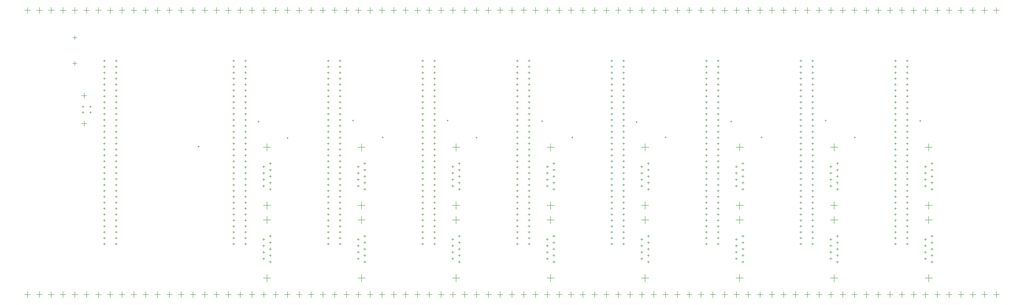
<source format=gbr>
G04 Layer_Color=128*
%FSLAX45Y45*%
%MOMM*%
%TF.FileFunction,Drillmap*%
%TF.Part,Single*%
G01*
G75*
%TA.AperFunction,NonConductor*%
%ADD219C,0.12700*%
D219*
X6841490Y15598140D02*
X7026910D01*
X6934200Y15505431D02*
Y15690849D01*
X6841490Y16710660D02*
X7026910D01*
X6934200Y16617950D02*
Y16803371D01*
X45920200Y5664200D02*
X46180200D01*
X46050201Y5534200D02*
Y5794200D01*
X44904199Y5664200D02*
X45164200D01*
X45034201Y5534200D02*
Y5794200D01*
X43888199Y5664200D02*
X44148199D01*
X44018201Y5534200D02*
Y5794200D01*
X42872198Y5664200D02*
X43132199D01*
X43002200Y5534200D02*
Y5794200D01*
X41856201Y5664200D02*
X42116199D01*
X41986200Y5534200D02*
Y5794200D01*
X40840201Y5664200D02*
X41100201D01*
X40970200Y5534200D02*
Y5794200D01*
X39824200Y5664200D02*
X40084201D01*
X39954199Y5534200D02*
Y5794200D01*
X38808200Y5664200D02*
X39068201D01*
X38938199Y5534200D02*
Y5794200D01*
X37792200Y5664200D02*
X38052200D01*
X37922198Y5534200D02*
Y5794200D01*
X36776199Y5664200D02*
X37036200D01*
X36906201Y5534200D02*
Y5794200D01*
X35760199Y5664200D02*
X36020200D01*
X35890201Y5534200D02*
Y5794200D01*
X34744199Y5664200D02*
X35004199D01*
X34874200Y5534200D02*
Y5794200D01*
X33728201Y5664200D02*
X33988199D01*
X33858200Y5534200D02*
Y5794200D01*
X32712201Y5664200D02*
X32972198D01*
X32842200Y5534200D02*
Y5794200D01*
X31696201Y5664200D02*
X31956201D01*
X31826199Y5534200D02*
Y5794200D01*
X30680200Y5664200D02*
X30940201D01*
X30810199Y5534200D02*
Y5794200D01*
X29664200Y5664200D02*
X29924200D01*
X29794199Y5534200D02*
Y5794200D01*
X28648199Y5664200D02*
X28908200D01*
X28778201Y5534200D02*
Y5794200D01*
X27632199Y5664200D02*
X27892200D01*
X27762201Y5534200D02*
Y5794200D01*
X26616199Y5664200D02*
X26876199D01*
X26746201Y5534200D02*
Y5794200D01*
X25600201Y5664200D02*
X25860199D01*
X25730200Y5534200D02*
Y5794200D01*
X24584200Y5664200D02*
X24844200D01*
X24714200Y5534200D02*
Y5794200D01*
X23568201Y5664200D02*
X23828200D01*
X23698199Y5534200D02*
Y5794200D01*
X22552200Y5664200D02*
X22812199D01*
X22682201Y5534200D02*
Y5794200D01*
X21536200Y5664200D02*
X21796201D01*
X21666200Y5534200D02*
Y5794200D01*
X20520200Y5664200D02*
X20780200D01*
X20650200Y5534200D02*
Y5794200D01*
X19504201Y5664200D02*
X19764200D01*
X19634200Y5534200D02*
Y5794200D01*
X18488200Y5664200D02*
X18748199D01*
X18618201Y5534200D02*
Y5794200D01*
X17472200Y5664200D02*
X17732201D01*
X17602200Y5534200D02*
Y5794200D01*
X16456200Y5664200D02*
X16716200D01*
X16586200Y5534200D02*
Y5794200D01*
X15440199Y5664200D02*
X15700200D01*
X15570200Y5534200D02*
Y5794200D01*
X14424200Y5664200D02*
X14684200D01*
X14554201Y5534200D02*
Y5794200D01*
X13408200Y5664200D02*
X13668201D01*
X13538200Y5534200D02*
Y5794200D01*
X12392200Y5664200D02*
X12652200D01*
X12522200Y5534200D02*
Y5794200D01*
X11376200Y5664200D02*
X11636200D01*
X11506200Y5534200D02*
Y5794200D01*
X10360200Y5664200D02*
X10620200D01*
X10490200Y5534200D02*
Y5794200D01*
X9344200Y5664200D02*
X9604200D01*
X9474200Y5534200D02*
Y5794200D01*
X8328200Y5664200D02*
X8588200D01*
X8458200Y5534200D02*
Y5794200D01*
X7312200Y5664200D02*
X7572200D01*
X7442200Y5534200D02*
Y5794200D01*
X6296200Y5664200D02*
X6556200D01*
X6426200Y5534200D02*
Y5794200D01*
X5280200Y5664200D02*
X5540200D01*
X5410200Y5534200D02*
Y5794200D01*
X46428201Y5661660D02*
X46688199D01*
X46558200Y5531660D02*
Y5791660D01*
X45412201Y5661660D02*
X45672198D01*
X45542200Y5531660D02*
Y5791660D01*
X44396201Y5661660D02*
X44656201D01*
X44526199Y5531660D02*
Y5791660D01*
X43380200Y5661660D02*
X43640201D01*
X43510199Y5531660D02*
Y5791660D01*
X42364200Y5661660D02*
X42624200D01*
X42494199Y5531660D02*
Y5791660D01*
X41348199Y5661660D02*
X41608200D01*
X41478201Y5531660D02*
Y5791660D01*
X40332199Y5661660D02*
X40592200D01*
X40462201Y5531660D02*
Y5791660D01*
X39316199Y5661660D02*
X39576199D01*
X39446201Y5531660D02*
Y5791660D01*
X38300201Y5661660D02*
X38560199D01*
X38430200Y5531660D02*
Y5791660D01*
X37284201Y5661660D02*
X37544199D01*
X37414200Y5531660D02*
Y5791660D01*
X36268201Y5661660D02*
X36528201D01*
X36398199Y5531660D02*
Y5791660D01*
X35252200Y5661660D02*
X35512201D01*
X35382199Y5531660D02*
Y5791660D01*
X34236200Y5661660D02*
X34496201D01*
X34366199Y5531660D02*
Y5791660D01*
X33220200Y5661660D02*
X33480200D01*
X33350201Y5531660D02*
Y5791660D01*
X32204199Y5661660D02*
X32464200D01*
X32334201Y5531660D02*
Y5791660D01*
X31188199Y5661660D02*
X31448199D01*
X31318201Y5531660D02*
Y5791660D01*
X30172198Y5661660D02*
X30432199D01*
X30302200Y5531660D02*
Y5791660D01*
X29156201Y5661660D02*
X29416199D01*
X29286200Y5531660D02*
Y5791660D01*
X28140201Y5661660D02*
X28400201D01*
X28270200Y5531660D02*
Y5791660D01*
X27124200Y5661660D02*
X27384201D01*
X27254199Y5531660D02*
Y5791660D01*
X26108200Y5661660D02*
X26368201D01*
X26238199Y5531660D02*
Y5791660D01*
X25092200Y5661660D02*
X25352200D01*
X25222200Y5531660D02*
Y5791660D01*
X24076199Y5661660D02*
X24336200D01*
X24206200Y5531660D02*
Y5791660D01*
X23060201Y5661660D02*
X23320200D01*
X23190199Y5531660D02*
Y5791660D01*
X22044200Y5661660D02*
X22304201D01*
X22174200Y5531660D02*
Y5791660D01*
X21028200Y5661660D02*
X21288200D01*
X21158200Y5531660D02*
Y5791660D01*
X20012199Y5661660D02*
X20272200D01*
X20142200Y5531660D02*
Y5791660D01*
X18996201Y5661660D02*
X19256200D01*
X19126199Y5531660D02*
Y5791660D01*
X17980200Y5661660D02*
X18240199D01*
X18110201Y5531660D02*
Y5791660D01*
X16964200Y5661660D02*
X17224200D01*
X17094200Y5531660D02*
Y5791660D01*
X15948199Y5661660D02*
X16208200D01*
X16078200Y5531660D02*
Y5791660D01*
X14932201Y5661660D02*
X15192200D01*
X15062199Y5531660D02*
Y5791660D01*
X13916200Y5661660D02*
X14176199D01*
X14046201Y5531660D02*
Y5791660D01*
X12900200Y5661660D02*
X13160201D01*
X13030200Y5531660D02*
Y5791660D01*
X11884200Y5661660D02*
X12144200D01*
X12014200Y5531660D02*
Y5791660D01*
X10868200Y5661660D02*
X11128200D01*
X10998200Y5531660D02*
Y5791660D01*
X9852200Y5661660D02*
X10112200D01*
X9982200Y5531660D02*
Y5791660D01*
X8836200Y5661660D02*
X9096200D01*
X8966200Y5531660D02*
Y5791660D01*
X7820200Y5661660D02*
X8080200D01*
X7950200Y5531660D02*
Y5791660D01*
X6804200Y5661660D02*
X7064200D01*
X6934200Y5531660D02*
Y5791660D01*
X5788200Y5661660D02*
X6048200D01*
X5918200Y5531660D02*
Y5791660D01*
X4772200Y5661660D02*
X5032200D01*
X4902200Y5531660D02*
Y5791660D01*
X45920200Y17881599D02*
X46180200D01*
X46050201Y17751601D02*
Y18011600D01*
X44904199Y17881599D02*
X45164200D01*
X45034201Y17751601D02*
Y18011600D01*
X43888199Y17881599D02*
X44148199D01*
X44018201Y17751601D02*
Y18011600D01*
X42872198Y17881599D02*
X43132199D01*
X43002200Y17751601D02*
Y18011600D01*
X41856201Y17881599D02*
X42116199D01*
X41986200Y17751601D02*
Y18011600D01*
X40840201Y17881599D02*
X41100201D01*
X40970200Y17751601D02*
Y18011600D01*
X39824200Y17881599D02*
X40084201D01*
X39954199Y17751601D02*
Y18011600D01*
X38808200Y17881599D02*
X39068201D01*
X38938199Y17751601D02*
Y18011600D01*
X37792200Y17881599D02*
X38052200D01*
X37922198Y17751601D02*
Y18011600D01*
X36776199Y17881599D02*
X37036200D01*
X36906201Y17751601D02*
Y18011600D01*
X35760199Y17881599D02*
X36020200D01*
X35890201Y17751601D02*
Y18011600D01*
X34744199Y17881599D02*
X35004199D01*
X34874200Y17751601D02*
Y18011600D01*
X33728201Y17881599D02*
X33988199D01*
X33858200Y17751601D02*
Y18011600D01*
X32712201Y17881599D02*
X32972198D01*
X32842200Y17751601D02*
Y18011600D01*
X31696201Y17881599D02*
X31956201D01*
X31826199Y17751601D02*
Y18011600D01*
X30680200Y17881599D02*
X30940201D01*
X30810199Y17751601D02*
Y18011600D01*
X29664200Y17881599D02*
X29924200D01*
X29794199Y17751601D02*
Y18011600D01*
X28648199Y17881599D02*
X28908200D01*
X28778201Y17751601D02*
Y18011600D01*
X27632199Y17881599D02*
X27892200D01*
X27762201Y17751601D02*
Y18011600D01*
X26616199Y17881599D02*
X26876199D01*
X26746201Y17751601D02*
Y18011600D01*
X25600201Y17881599D02*
X25860199D01*
X25730200Y17751601D02*
Y18011600D01*
X24584200Y17881599D02*
X24844200D01*
X24714200Y17751601D02*
Y18011600D01*
X23568201Y17881599D02*
X23828200D01*
X23698199Y17751601D02*
Y18011600D01*
X22552200Y17881599D02*
X22812199D01*
X22682201Y17751601D02*
Y18011600D01*
X21536200Y17881599D02*
X21796201D01*
X21666200Y17751601D02*
Y18011600D01*
X20520200Y17881599D02*
X20780200D01*
X20650200Y17751601D02*
Y18011600D01*
X19504201Y17881599D02*
X19764200D01*
X19634200Y17751601D02*
Y18011600D01*
X18488200Y17881599D02*
X18748199D01*
X18618201Y17751601D02*
Y18011600D01*
X17472200Y17881599D02*
X17732201D01*
X17602200Y17751601D02*
Y18011600D01*
X16456200Y17881599D02*
X16716200D01*
X16586200Y17751601D02*
Y18011600D01*
X15440199Y17881599D02*
X15700200D01*
X15570200Y17751601D02*
Y18011600D01*
X14424200Y17881599D02*
X14684200D01*
X14554201Y17751601D02*
Y18011600D01*
X13408200Y17881599D02*
X13668201D01*
X13538200Y17751601D02*
Y18011600D01*
X12392200Y17881599D02*
X12652200D01*
X12522200Y17751601D02*
Y18011600D01*
X11376200Y17881599D02*
X11636200D01*
X11506200Y17751601D02*
Y18011600D01*
X10360200Y17881599D02*
X10620200D01*
X10490200Y17751601D02*
Y18011600D01*
X9344200Y17881599D02*
X9604200D01*
X9474200Y17751601D02*
Y18011600D01*
X8328200Y17881599D02*
X8588200D01*
X8458200Y17751601D02*
Y18011600D01*
X7312200Y17881599D02*
X7572200D01*
X7442200Y17751601D02*
Y18011600D01*
X6296200Y17881599D02*
X6556200D01*
X6426200Y17751601D02*
Y18011600D01*
X5280200Y17881599D02*
X5540200D01*
X5410200Y17751601D02*
Y18011600D01*
X5280200Y17881599D02*
X5540200D01*
X5410200Y17751601D02*
Y18011600D01*
X46428201Y17884140D02*
X46688199D01*
X46558200Y17754140D02*
Y18014140D01*
X45412201Y17884140D02*
X45672198D01*
X45542200Y17754140D02*
Y18014140D01*
X44396201Y17884140D02*
X44656201D01*
X44526199Y17754140D02*
Y18014140D01*
X43380200Y17884140D02*
X43640201D01*
X43510199Y17754140D02*
Y18014140D01*
X42364200Y17884140D02*
X42624200D01*
X42494199Y17754140D02*
Y18014140D01*
X41348199Y17884140D02*
X41608200D01*
X41478201Y17754140D02*
Y18014140D01*
X40332199Y17884140D02*
X40592200D01*
X40462201Y17754140D02*
Y18014140D01*
X39316199Y17884140D02*
X39576199D01*
X39446201Y17754140D02*
Y18014140D01*
X38300201Y17884140D02*
X38560199D01*
X38430200Y17754140D02*
Y18014140D01*
X37284201Y17884140D02*
X37544199D01*
X37414200Y17754140D02*
Y18014140D01*
X36268201Y17884140D02*
X36528201D01*
X36398199Y17754140D02*
Y18014140D01*
X35252200Y17884140D02*
X35512201D01*
X35382199Y17754140D02*
Y18014140D01*
X34236200Y17884140D02*
X34496201D01*
X34366199Y17754140D02*
Y18014140D01*
X33220200Y17884140D02*
X33480200D01*
X33350201Y17754140D02*
Y18014140D01*
X32204199Y17884140D02*
X32464200D01*
X32334201Y17754140D02*
Y18014140D01*
X31188199Y17884140D02*
X31448199D01*
X31318201Y17754140D02*
Y18014140D01*
X30172198Y17884140D02*
X30432199D01*
X30302200Y17754140D02*
Y18014140D01*
X29156201Y17884140D02*
X29416199D01*
X29286200Y17754140D02*
Y18014140D01*
X28140201Y17884140D02*
X28400201D01*
X28270200Y17754140D02*
Y18014140D01*
X27124200Y17884140D02*
X27384201D01*
X27254199Y17754140D02*
Y18014140D01*
X26108200Y17884140D02*
X26368201D01*
X26238199Y17754140D02*
Y18014140D01*
X25092200Y17884140D02*
X25352200D01*
X25222200Y17754140D02*
Y18014140D01*
X24076199Y17884140D02*
X24336200D01*
X24206200Y17754140D02*
Y18014140D01*
X23060201Y17884140D02*
X23320200D01*
X23190199Y17754140D02*
Y18014140D01*
X22044200Y17884140D02*
X22304201D01*
X22174200Y17754140D02*
Y18014140D01*
X21028200Y17884140D02*
X21288200D01*
X21158200Y17754140D02*
Y18014140D01*
X20012199Y17884140D02*
X20272200D01*
X20142200Y17754140D02*
Y18014140D01*
X18996201Y17884140D02*
X19256200D01*
X19126199Y17754140D02*
Y18014140D01*
X17980200Y17884140D02*
X18240199D01*
X18110201Y17754140D02*
Y18014140D01*
X16964200Y17884140D02*
X17224200D01*
X17094200Y17754140D02*
Y18014140D01*
X15948199Y17884140D02*
X16208200D01*
X16078200Y17754140D02*
Y18014140D01*
X14932201Y17884140D02*
X15192200D01*
X15062199Y17754140D02*
Y18014140D01*
X13916200Y17884140D02*
X14176199D01*
X14046201Y17754140D02*
Y18014140D01*
X12900200Y17884140D02*
X13160201D01*
X13030200Y17754140D02*
Y18014140D01*
X11884200Y17884140D02*
X12144200D01*
X12014200Y17754140D02*
Y18014140D01*
X10868200Y17884140D02*
X11128200D01*
X10998200Y17754140D02*
Y18014140D01*
X9852200Y17884140D02*
X10112200D01*
X9982200Y17754140D02*
Y18014140D01*
X8836200Y17884140D02*
X9096200D01*
X8966200Y17754140D02*
Y18014140D01*
X7820200Y17884140D02*
X8080200D01*
X7950200Y17754140D02*
Y18014140D01*
X6804200Y17884140D02*
X7064200D01*
X6934200Y17754140D02*
Y18014140D01*
X5788200Y17884140D02*
X6048200D01*
X5918200Y17754140D02*
Y18014140D01*
X7243800Y13489400D02*
X7335800D01*
X7289800Y13443401D02*
Y13535400D01*
X7243800Y13739400D02*
X7335800D01*
X7289800Y13693401D02*
Y13785400D01*
X7564800Y13739400D02*
X7656800D01*
X7610800Y13693401D02*
Y13785400D01*
X7564800Y13489400D02*
X7656800D01*
X7610800Y13443401D02*
Y13535400D01*
X7225300Y14216400D02*
X7455300D01*
X7340300Y14101401D02*
Y14331400D01*
X7225300Y13012399D02*
X7455300D01*
X7340300Y12897400D02*
Y13127400D01*
X42672800Y15709900D02*
X42772800D01*
X42722800Y15659900D02*
Y15759900D01*
X42672800Y15455901D02*
X42772800D01*
X42722800Y15405901D02*
Y15505901D01*
X42672800Y15201900D02*
X42772800D01*
X42722800Y15151900D02*
Y15251900D01*
X42672800Y14947900D02*
X42772800D01*
X42722800Y14897900D02*
Y14997900D01*
X42672800Y14693900D02*
X42772800D01*
X42722800Y14643900D02*
Y14743900D01*
X42672800Y14439900D02*
X42772800D01*
X42722800Y14389900D02*
Y14489900D01*
X42672800Y14185899D02*
X42772800D01*
X42722800Y14135899D02*
Y14235899D01*
X42672800Y13931900D02*
X42772800D01*
X42722800Y13881900D02*
Y13981900D01*
X42672800Y13677901D02*
X42772800D01*
X42722800Y13627901D02*
Y13727901D01*
X42672800Y13423900D02*
X42772800D01*
X42722800Y13373900D02*
Y13473900D01*
X42672800Y13169901D02*
X42772800D01*
X42722800Y13119901D02*
Y13219901D01*
X42672800Y12915900D02*
X42772800D01*
X42722800Y12865900D02*
Y12965900D01*
X42672800Y12661900D02*
X42772800D01*
X42722800Y12611900D02*
Y12711900D01*
X42672800Y12407900D02*
X42772800D01*
X42722800Y12357900D02*
Y12457900D01*
X42672800Y12153900D02*
X42772800D01*
X42722800Y12103900D02*
Y12203900D01*
X42672800Y11899900D02*
X42772800D01*
X42722800Y11849900D02*
Y11949900D01*
X42672800Y11645900D02*
X42772800D01*
X42722800Y11595900D02*
Y11695900D01*
X42672800Y11391900D02*
X42772800D01*
X42722800Y11341900D02*
Y11441900D01*
X42672800Y11137900D02*
X42772800D01*
X42722800Y11087900D02*
Y11187900D01*
X42672800Y10883900D02*
X42772800D01*
X42722800Y10833900D02*
Y10933900D01*
X42672800Y10629900D02*
X42772800D01*
X42722800Y10579900D02*
Y10679900D01*
X42672800Y10375900D02*
X42772800D01*
X42722800Y10325900D02*
Y10425900D01*
X42672800Y10121900D02*
X42772800D01*
X42722800Y10071900D02*
Y10171900D01*
X42672800Y9867900D02*
X42772800D01*
X42722800Y9817900D02*
Y9917900D01*
X42672800Y9613900D02*
X42772800D01*
X42722800Y9563900D02*
Y9663900D01*
X42672800Y9359900D02*
X42772800D01*
X42722800Y9309900D02*
Y9409900D01*
X42672800Y9105900D02*
X42772800D01*
X42722800Y9055900D02*
Y9155900D01*
X42672800Y8851900D02*
X42772800D01*
X42722800Y8801900D02*
Y8901900D01*
X42672800Y8597900D02*
X42772800D01*
X42722800Y8547900D02*
Y8647900D01*
X42672800Y8343900D02*
X42772800D01*
X42722800Y8293900D02*
Y8393900D01*
X42672800Y8089900D02*
X42772800D01*
X42722800Y8039900D02*
Y8139900D01*
X42672800Y7835900D02*
X42772800D01*
X42722800Y7785900D02*
Y7885900D01*
X42164801Y15709900D02*
X42264801D01*
X42214801Y15659900D02*
Y15759900D01*
X42164801Y15455901D02*
X42264801D01*
X42214801Y15405901D02*
Y15505901D01*
X42164801Y15201900D02*
X42264801D01*
X42214801Y15151900D02*
Y15251900D01*
X42164801Y14947900D02*
X42264801D01*
X42214801Y14897900D02*
Y14997900D01*
X42164801Y14693900D02*
X42264801D01*
X42214801Y14643900D02*
Y14743900D01*
X42164801Y14439900D02*
X42264801D01*
X42214801Y14389900D02*
Y14489900D01*
X42164801Y14185899D02*
X42264801D01*
X42214801Y14135899D02*
Y14235899D01*
X42164801Y13931900D02*
X42264801D01*
X42214801Y13881900D02*
Y13981900D01*
X42164801Y13677901D02*
X42264801D01*
X42214801Y13627901D02*
Y13727901D01*
X42164801Y13423900D02*
X42264801D01*
X42214801Y13373900D02*
Y13473900D01*
X42164801Y13169901D02*
X42264801D01*
X42214801Y13119901D02*
Y13219901D01*
X42164801Y12915900D02*
X42264801D01*
X42214801Y12865900D02*
Y12965900D01*
X42164801Y12661900D02*
X42264801D01*
X42214801Y12611900D02*
Y12711900D01*
X42164801Y12407900D02*
X42264801D01*
X42214801Y12357900D02*
Y12457900D01*
X42164801Y12153900D02*
X42264801D01*
X42214801Y12103900D02*
Y12203900D01*
X42164801Y11899900D02*
X42264801D01*
X42214801Y11849900D02*
Y11949900D01*
X42164801Y11645900D02*
X42264801D01*
X42214801Y11595900D02*
Y11695900D01*
X42164801Y11391900D02*
X42264801D01*
X42214801Y11341900D02*
Y11441900D01*
X42164801Y11137900D02*
X42264801D01*
X42214801Y11087900D02*
Y11187900D01*
X42164801Y10883900D02*
X42264801D01*
X42214801Y10833900D02*
Y10933900D01*
X42164801Y10629900D02*
X42264801D01*
X42214801Y10579900D02*
Y10679900D01*
X42164801Y10375900D02*
X42264801D01*
X42214801Y10325900D02*
Y10425900D01*
X42164801Y10121900D02*
X42264801D01*
X42214801Y10071900D02*
Y10171900D01*
X42164801Y9867900D02*
X42264801D01*
X42214801Y9817900D02*
Y9917900D01*
X42164801Y9613900D02*
X42264801D01*
X42214801Y9563900D02*
Y9663900D01*
X42164801Y9359900D02*
X42264801D01*
X42214801Y9309900D02*
Y9409900D01*
X42164801Y9105900D02*
X42264801D01*
X42214801Y9055900D02*
Y9155900D01*
X42164801Y8851900D02*
X42264801D01*
X42214801Y8801900D02*
Y8901900D01*
X42164801Y8597900D02*
X42264801D01*
X42214801Y8547900D02*
Y8647900D01*
X42164801Y8343900D02*
X42264801D01*
X42214801Y8293900D02*
Y8393900D01*
X42164801Y8089900D02*
X42264801D01*
X42214801Y8039900D02*
Y8139900D01*
X42164801Y7835900D02*
X42264801D01*
X42214801Y7785900D02*
Y7885900D01*
X38608801Y15709900D02*
X38708801D01*
X38658801Y15659900D02*
Y15759900D01*
X38608801Y15455901D02*
X38708801D01*
X38658801Y15405901D02*
Y15505901D01*
X38608801Y15201900D02*
X38708801D01*
X38658801Y15151900D02*
Y15251900D01*
X38608801Y14947900D02*
X38708801D01*
X38658801Y14897900D02*
Y14997900D01*
X38608801Y14693900D02*
X38708801D01*
X38658801Y14643900D02*
Y14743900D01*
X38608801Y14439900D02*
X38708801D01*
X38658801Y14389900D02*
Y14489900D01*
X38608801Y14185899D02*
X38708801D01*
X38658801Y14135899D02*
Y14235899D01*
X38608801Y13931900D02*
X38708801D01*
X38658801Y13881900D02*
Y13981900D01*
X38608801Y13677901D02*
X38708801D01*
X38658801Y13627901D02*
Y13727901D01*
X38608801Y13423900D02*
X38708801D01*
X38658801Y13373900D02*
Y13473900D01*
X38608801Y13169901D02*
X38708801D01*
X38658801Y13119901D02*
Y13219901D01*
X38608801Y12915900D02*
X38708801D01*
X38658801Y12865900D02*
Y12965900D01*
X38608801Y12661900D02*
X38708801D01*
X38658801Y12611900D02*
Y12711900D01*
X38608801Y12407900D02*
X38708801D01*
X38658801Y12357900D02*
Y12457900D01*
X38608801Y12153900D02*
X38708801D01*
X38658801Y12103900D02*
Y12203900D01*
X38608801Y11899900D02*
X38708801D01*
X38658801Y11849900D02*
Y11949900D01*
X38608801Y11645900D02*
X38708801D01*
X38658801Y11595900D02*
Y11695900D01*
X38608801Y11391900D02*
X38708801D01*
X38658801Y11341900D02*
Y11441900D01*
X38608801Y11137900D02*
X38708801D01*
X38658801Y11087900D02*
Y11187900D01*
X38608801Y10883900D02*
X38708801D01*
X38658801Y10833900D02*
Y10933900D01*
X38608801Y10629900D02*
X38708801D01*
X38658801Y10579900D02*
Y10679900D01*
X38608801Y10375900D02*
X38708801D01*
X38658801Y10325900D02*
Y10425900D01*
X38608801Y10121900D02*
X38708801D01*
X38658801Y10071900D02*
Y10171900D01*
X38608801Y9867900D02*
X38708801D01*
X38658801Y9817900D02*
Y9917900D01*
X38608801Y9613900D02*
X38708801D01*
X38658801Y9563900D02*
Y9663900D01*
X38608801Y9359900D02*
X38708801D01*
X38658801Y9309900D02*
Y9409900D01*
X38608801Y9105900D02*
X38708801D01*
X38658801Y9055900D02*
Y9155900D01*
X38608801Y8851900D02*
X38708801D01*
X38658801Y8801900D02*
Y8901900D01*
X38608801Y8597900D02*
X38708801D01*
X38658801Y8547900D02*
Y8647900D01*
X38608801Y8343900D02*
X38708801D01*
X38658801Y8293900D02*
Y8393900D01*
X38608801Y8089900D02*
X38708801D01*
X38658801Y8039900D02*
Y8139900D01*
X38608801Y7835900D02*
X38708801D01*
X38658801Y7785900D02*
Y7885900D01*
X38100800Y15709900D02*
X38200800D01*
X38150800Y15659900D02*
Y15759900D01*
X38100800Y15455901D02*
X38200800D01*
X38150800Y15405901D02*
Y15505901D01*
X38100800Y15201900D02*
X38200800D01*
X38150800Y15151900D02*
Y15251900D01*
X38100800Y14947900D02*
X38200800D01*
X38150800Y14897900D02*
Y14997900D01*
X38100800Y14693900D02*
X38200800D01*
X38150800Y14643900D02*
Y14743900D01*
X38100800Y14439900D02*
X38200800D01*
X38150800Y14389900D02*
Y14489900D01*
X38100800Y14185899D02*
X38200800D01*
X38150800Y14135899D02*
Y14235899D01*
X38100800Y13931900D02*
X38200800D01*
X38150800Y13881900D02*
Y13981900D01*
X38100800Y13677901D02*
X38200800D01*
X38150800Y13627901D02*
Y13727901D01*
X38100800Y13423900D02*
X38200800D01*
X38150800Y13373900D02*
Y13473900D01*
X38100800Y13169901D02*
X38200800D01*
X38150800Y13119901D02*
Y13219901D01*
X38100800Y12915900D02*
X38200800D01*
X38150800Y12865900D02*
Y12965900D01*
X38100800Y12661900D02*
X38200800D01*
X38150800Y12611900D02*
Y12711900D01*
X38100800Y12407900D02*
X38200800D01*
X38150800Y12357900D02*
Y12457900D01*
X38100800Y12153900D02*
X38200800D01*
X38150800Y12103900D02*
Y12203900D01*
X38100800Y11899900D02*
X38200800D01*
X38150800Y11849900D02*
Y11949900D01*
X38100800Y11645900D02*
X38200800D01*
X38150800Y11595900D02*
Y11695900D01*
X38100800Y11391900D02*
X38200800D01*
X38150800Y11341900D02*
Y11441900D01*
X38100800Y11137900D02*
X38200800D01*
X38150800Y11087900D02*
Y11187900D01*
X38100800Y10883900D02*
X38200800D01*
X38150800Y10833900D02*
Y10933900D01*
X38100800Y10629900D02*
X38200800D01*
X38150800Y10579900D02*
Y10679900D01*
X38100800Y10375900D02*
X38200800D01*
X38150800Y10325900D02*
Y10425900D01*
X38100800Y10121900D02*
X38200800D01*
X38150800Y10071900D02*
Y10171900D01*
X38100800Y9867900D02*
X38200800D01*
X38150800Y9817900D02*
Y9917900D01*
X38100800Y9613900D02*
X38200800D01*
X38150800Y9563900D02*
Y9663900D01*
X38100800Y9359900D02*
X38200800D01*
X38150800Y9309900D02*
Y9409900D01*
X38100800Y9105900D02*
X38200800D01*
X38150800Y9055900D02*
Y9155900D01*
X38100800Y8851900D02*
X38200800D01*
X38150800Y8801900D02*
Y8901900D01*
X38100800Y8597900D02*
X38200800D01*
X38150800Y8547900D02*
Y8647900D01*
X38100800Y8343900D02*
X38200800D01*
X38150800Y8293900D02*
Y8393900D01*
X38100800Y8089900D02*
X38200800D01*
X38150800Y8039900D02*
Y8139900D01*
X38100800Y7835900D02*
X38200800D01*
X38150800Y7785900D02*
Y7885900D01*
X34544800Y15709900D02*
X34644800D01*
X34594800Y15659900D02*
Y15759900D01*
X34544800Y15455901D02*
X34644800D01*
X34594800Y15405901D02*
Y15505901D01*
X34544800Y15201900D02*
X34644800D01*
X34594800Y15151900D02*
Y15251900D01*
X34544800Y14947900D02*
X34644800D01*
X34594800Y14897900D02*
Y14997900D01*
X34544800Y14693900D02*
X34644800D01*
X34594800Y14643900D02*
Y14743900D01*
X34544800Y14439900D02*
X34644800D01*
X34594800Y14389900D02*
Y14489900D01*
X34544800Y14185899D02*
X34644800D01*
X34594800Y14135899D02*
Y14235899D01*
X34544800Y13931900D02*
X34644800D01*
X34594800Y13881900D02*
Y13981900D01*
X34544800Y13677901D02*
X34644800D01*
X34594800Y13627901D02*
Y13727901D01*
X34544800Y13423900D02*
X34644800D01*
X34594800Y13373900D02*
Y13473900D01*
X34544800Y13169901D02*
X34644800D01*
X34594800Y13119901D02*
Y13219901D01*
X34544800Y12915900D02*
X34644800D01*
X34594800Y12865900D02*
Y12965900D01*
X34544800Y12661900D02*
X34644800D01*
X34594800Y12611900D02*
Y12711900D01*
X34544800Y12407900D02*
X34644800D01*
X34594800Y12357900D02*
Y12457900D01*
X34544800Y12153900D02*
X34644800D01*
X34594800Y12103900D02*
Y12203900D01*
X34544800Y11899900D02*
X34644800D01*
X34594800Y11849900D02*
Y11949900D01*
X34544800Y11645900D02*
X34644800D01*
X34594800Y11595900D02*
Y11695900D01*
X34544800Y11391900D02*
X34644800D01*
X34594800Y11341900D02*
Y11441900D01*
X34544800Y11137900D02*
X34644800D01*
X34594800Y11087900D02*
Y11187900D01*
X34544800Y10883900D02*
X34644800D01*
X34594800Y10833900D02*
Y10933900D01*
X34544800Y10629900D02*
X34644800D01*
X34594800Y10579900D02*
Y10679900D01*
X34544800Y10375900D02*
X34644800D01*
X34594800Y10325900D02*
Y10425900D01*
X34544800Y10121900D02*
X34644800D01*
X34594800Y10071900D02*
Y10171900D01*
X34544800Y9867900D02*
X34644800D01*
X34594800Y9817900D02*
Y9917900D01*
X34544800Y9613900D02*
X34644800D01*
X34594800Y9563900D02*
Y9663900D01*
X34544800Y9359900D02*
X34644800D01*
X34594800Y9309900D02*
Y9409900D01*
X34544800Y9105900D02*
X34644800D01*
X34594800Y9055900D02*
Y9155900D01*
X34544800Y8851900D02*
X34644800D01*
X34594800Y8801900D02*
Y8901900D01*
X34544800Y8597900D02*
X34644800D01*
X34594800Y8547900D02*
Y8647900D01*
X34544800Y8343900D02*
X34644800D01*
X34594800Y8293900D02*
Y8393900D01*
X34544800Y8089900D02*
X34644800D01*
X34594800Y8039900D02*
Y8139900D01*
X34544800Y7835900D02*
X34644800D01*
X34594800Y7785900D02*
Y7885900D01*
X34036801Y15709900D02*
X34136801D01*
X34086801Y15659900D02*
Y15759900D01*
X34036801Y15455901D02*
X34136801D01*
X34086801Y15405901D02*
Y15505901D01*
X34036801Y15201900D02*
X34136801D01*
X34086801Y15151900D02*
Y15251900D01*
X34036801Y14947900D02*
X34136801D01*
X34086801Y14897900D02*
Y14997900D01*
X34036801Y14693900D02*
X34136801D01*
X34086801Y14643900D02*
Y14743900D01*
X34036801Y14439900D02*
X34136801D01*
X34086801Y14389900D02*
Y14489900D01*
X34036801Y14185899D02*
X34136801D01*
X34086801Y14135899D02*
Y14235899D01*
X34036801Y13931900D02*
X34136801D01*
X34086801Y13881900D02*
Y13981900D01*
X34036801Y13677901D02*
X34136801D01*
X34086801Y13627901D02*
Y13727901D01*
X34036801Y13423900D02*
X34136801D01*
X34086801Y13373900D02*
Y13473900D01*
X34036801Y13169901D02*
X34136801D01*
X34086801Y13119901D02*
Y13219901D01*
X34036801Y12915900D02*
X34136801D01*
X34086801Y12865900D02*
Y12965900D01*
X34036801Y12661900D02*
X34136801D01*
X34086801Y12611900D02*
Y12711900D01*
X34036801Y12407900D02*
X34136801D01*
X34086801Y12357900D02*
Y12457900D01*
X34036801Y12153900D02*
X34136801D01*
X34086801Y12103900D02*
Y12203900D01*
X34036801Y11899900D02*
X34136801D01*
X34086801Y11849900D02*
Y11949900D01*
X34036801Y11645900D02*
X34136801D01*
X34086801Y11595900D02*
Y11695900D01*
X34036801Y11391900D02*
X34136801D01*
X34086801Y11341900D02*
Y11441900D01*
X34036801Y11137900D02*
X34136801D01*
X34086801Y11087900D02*
Y11187900D01*
X34036801Y10883900D02*
X34136801D01*
X34086801Y10833900D02*
Y10933900D01*
X34036801Y10629900D02*
X34136801D01*
X34086801Y10579900D02*
Y10679900D01*
X34036801Y10375900D02*
X34136801D01*
X34086801Y10325900D02*
Y10425900D01*
X34036801Y10121900D02*
X34136801D01*
X34086801Y10071900D02*
Y10171900D01*
X34036801Y9867900D02*
X34136801D01*
X34086801Y9817900D02*
Y9917900D01*
X34036801Y9613900D02*
X34136801D01*
X34086801Y9563900D02*
Y9663900D01*
X34036801Y9359900D02*
X34136801D01*
X34086801Y9309900D02*
Y9409900D01*
X34036801Y9105900D02*
X34136801D01*
X34086801Y9055900D02*
Y9155900D01*
X34036801Y8851900D02*
X34136801D01*
X34086801Y8801900D02*
Y8901900D01*
X34036801Y8597900D02*
X34136801D01*
X34086801Y8547900D02*
Y8647900D01*
X34036801Y8343900D02*
X34136801D01*
X34086801Y8293900D02*
Y8393900D01*
X34036801Y8089900D02*
X34136801D01*
X34086801Y8039900D02*
Y8139900D01*
X34036801Y7835900D02*
X34136801D01*
X34086801Y7785900D02*
Y7885900D01*
X30480801Y15709900D02*
X30580801D01*
X30530801Y15659900D02*
Y15759900D01*
X30480801Y15455901D02*
X30580801D01*
X30530801Y15405901D02*
Y15505901D01*
X30480801Y15201900D02*
X30580801D01*
X30530801Y15151900D02*
Y15251900D01*
X30480801Y14947900D02*
X30580801D01*
X30530801Y14897900D02*
Y14997900D01*
X30480801Y14693900D02*
X30580801D01*
X30530801Y14643900D02*
Y14743900D01*
X30480801Y14439900D02*
X30580801D01*
X30530801Y14389900D02*
Y14489900D01*
X30480801Y14185899D02*
X30580801D01*
X30530801Y14135899D02*
Y14235899D01*
X30480801Y13931900D02*
X30580801D01*
X30530801Y13881900D02*
Y13981900D01*
X30480801Y13677901D02*
X30580801D01*
X30530801Y13627901D02*
Y13727901D01*
X30480801Y13423900D02*
X30580801D01*
X30530801Y13373900D02*
Y13473900D01*
X30480801Y13169901D02*
X30580801D01*
X30530801Y13119901D02*
Y13219901D01*
X30480801Y12915900D02*
X30580801D01*
X30530801Y12865900D02*
Y12965900D01*
X30480801Y12661900D02*
X30580801D01*
X30530801Y12611900D02*
Y12711900D01*
X30480801Y12407900D02*
X30580801D01*
X30530801Y12357900D02*
Y12457900D01*
X30480801Y12153900D02*
X30580801D01*
X30530801Y12103900D02*
Y12203900D01*
X30480801Y11899900D02*
X30580801D01*
X30530801Y11849900D02*
Y11949900D01*
X30480801Y11645900D02*
X30580801D01*
X30530801Y11595900D02*
Y11695900D01*
X30480801Y11391900D02*
X30580801D01*
X30530801Y11341900D02*
Y11441900D01*
X30480801Y11137900D02*
X30580801D01*
X30530801Y11087900D02*
Y11187900D01*
X30480801Y10883900D02*
X30580801D01*
X30530801Y10833900D02*
Y10933900D01*
X30480801Y10629900D02*
X30580801D01*
X30530801Y10579900D02*
Y10679900D01*
X30480801Y10375900D02*
X30580801D01*
X30530801Y10325900D02*
Y10425900D01*
X30480801Y10121900D02*
X30580801D01*
X30530801Y10071900D02*
Y10171900D01*
X30480801Y9867900D02*
X30580801D01*
X30530801Y9817900D02*
Y9917900D01*
X30480801Y9613900D02*
X30580801D01*
X30530801Y9563900D02*
Y9663900D01*
X30480801Y9359900D02*
X30580801D01*
X30530801Y9309900D02*
Y9409900D01*
X30480801Y9105900D02*
X30580801D01*
X30530801Y9055900D02*
Y9155900D01*
X30480801Y8851900D02*
X30580801D01*
X30530801Y8801900D02*
Y8901900D01*
X30480801Y8597900D02*
X30580801D01*
X30530801Y8547900D02*
Y8647900D01*
X30480801Y8343900D02*
X30580801D01*
X30530801Y8293900D02*
Y8393900D01*
X30480801Y8089900D02*
X30580801D01*
X30530801Y8039900D02*
Y8139900D01*
X30480801Y7835900D02*
X30580801D01*
X30530801Y7785900D02*
Y7885900D01*
X29972800Y15709900D02*
X30072800D01*
X30022800Y15659900D02*
Y15759900D01*
X29972800Y15455901D02*
X30072800D01*
X30022800Y15405901D02*
Y15505901D01*
X29972800Y15201900D02*
X30072800D01*
X30022800Y15151900D02*
Y15251900D01*
X29972800Y14947900D02*
X30072800D01*
X30022800Y14897900D02*
Y14997900D01*
X29972800Y14693900D02*
X30072800D01*
X30022800Y14643900D02*
Y14743900D01*
X29972800Y14439900D02*
X30072800D01*
X30022800Y14389900D02*
Y14489900D01*
X29972800Y14185899D02*
X30072800D01*
X30022800Y14135899D02*
Y14235899D01*
X29972800Y13931900D02*
X30072800D01*
X30022800Y13881900D02*
Y13981900D01*
X29972800Y13677901D02*
X30072800D01*
X30022800Y13627901D02*
Y13727901D01*
X29972800Y13423900D02*
X30072800D01*
X30022800Y13373900D02*
Y13473900D01*
X29972800Y13169901D02*
X30072800D01*
X30022800Y13119901D02*
Y13219901D01*
X29972800Y12915900D02*
X30072800D01*
X30022800Y12865900D02*
Y12965900D01*
X29972800Y12661900D02*
X30072800D01*
X30022800Y12611900D02*
Y12711900D01*
X29972800Y12407900D02*
X30072800D01*
X30022800Y12357900D02*
Y12457900D01*
X29972800Y12153900D02*
X30072800D01*
X30022800Y12103900D02*
Y12203900D01*
X29972800Y11899900D02*
X30072800D01*
X30022800Y11849900D02*
Y11949900D01*
X29972800Y11645900D02*
X30072800D01*
X30022800Y11595900D02*
Y11695900D01*
X29972800Y11391900D02*
X30072800D01*
X30022800Y11341900D02*
Y11441900D01*
X29972800Y11137900D02*
X30072800D01*
X30022800Y11087900D02*
Y11187900D01*
X29972800Y10883900D02*
X30072800D01*
X30022800Y10833900D02*
Y10933900D01*
X29972800Y10629900D02*
X30072800D01*
X30022800Y10579900D02*
Y10679900D01*
X29972800Y10375900D02*
X30072800D01*
X30022800Y10325900D02*
Y10425900D01*
X29972800Y10121900D02*
X30072800D01*
X30022800Y10071900D02*
Y10171900D01*
X29972800Y9867900D02*
X30072800D01*
X30022800Y9817900D02*
Y9917900D01*
X29972800Y9613900D02*
X30072800D01*
X30022800Y9563900D02*
Y9663900D01*
X29972800Y9359900D02*
X30072800D01*
X30022800Y9309900D02*
Y9409900D01*
X29972800Y9105900D02*
X30072800D01*
X30022800Y9055900D02*
Y9155900D01*
X29972800Y8851900D02*
X30072800D01*
X30022800Y8801900D02*
Y8901900D01*
X29972800Y8597900D02*
X30072800D01*
X30022800Y8547900D02*
Y8647900D01*
X29972800Y8343900D02*
X30072800D01*
X30022800Y8293900D02*
Y8393900D01*
X29972800Y8089900D02*
X30072800D01*
X30022800Y8039900D02*
Y8139900D01*
X29972800Y7835900D02*
X30072800D01*
X30022800Y7785900D02*
Y7885900D01*
X26416800Y15709900D02*
X26516800D01*
X26466800Y15659900D02*
Y15759900D01*
X26416800Y15455901D02*
X26516800D01*
X26466800Y15405901D02*
Y15505901D01*
X26416800Y15201900D02*
X26516800D01*
X26466800Y15151900D02*
Y15251900D01*
X26416800Y14947900D02*
X26516800D01*
X26466800Y14897900D02*
Y14997900D01*
X26416800Y14693900D02*
X26516800D01*
X26466800Y14643900D02*
Y14743900D01*
X26416800Y14439900D02*
X26516800D01*
X26466800Y14389900D02*
Y14489900D01*
X26416800Y14185899D02*
X26516800D01*
X26466800Y14135899D02*
Y14235899D01*
X26416800Y13931900D02*
X26516800D01*
X26466800Y13881900D02*
Y13981900D01*
X26416800Y13677901D02*
X26516800D01*
X26466800Y13627901D02*
Y13727901D01*
X26416800Y13423900D02*
X26516800D01*
X26466800Y13373900D02*
Y13473900D01*
X26416800Y13169901D02*
X26516800D01*
X26466800Y13119901D02*
Y13219901D01*
X26416800Y12915900D02*
X26516800D01*
X26466800Y12865900D02*
Y12965900D01*
X26416800Y12661900D02*
X26516800D01*
X26466800Y12611900D02*
Y12711900D01*
X26416800Y12407900D02*
X26516800D01*
X26466800Y12357900D02*
Y12457900D01*
X26416800Y12153900D02*
X26516800D01*
X26466800Y12103900D02*
Y12203900D01*
X26416800Y11899900D02*
X26516800D01*
X26466800Y11849900D02*
Y11949900D01*
X26416800Y11645900D02*
X26516800D01*
X26466800Y11595900D02*
Y11695900D01*
X26416800Y11391900D02*
X26516800D01*
X26466800Y11341900D02*
Y11441900D01*
X26416800Y11137900D02*
X26516800D01*
X26466800Y11087900D02*
Y11187900D01*
X26416800Y10883900D02*
X26516800D01*
X26466800Y10833900D02*
Y10933900D01*
X26416800Y10629900D02*
X26516800D01*
X26466800Y10579900D02*
Y10679900D01*
X26416800Y10375900D02*
X26516800D01*
X26466800Y10325900D02*
Y10425900D01*
X26416800Y10121900D02*
X26516800D01*
X26466800Y10071900D02*
Y10171900D01*
X26416800Y9867900D02*
X26516800D01*
X26466800Y9817900D02*
Y9917900D01*
X26416800Y9613900D02*
X26516800D01*
X26466800Y9563900D02*
Y9663900D01*
X26416800Y9359900D02*
X26516800D01*
X26466800Y9309900D02*
Y9409900D01*
X26416800Y9105900D02*
X26516800D01*
X26466800Y9055900D02*
Y9155900D01*
X26416800Y8851900D02*
X26516800D01*
X26466800Y8801900D02*
Y8901900D01*
X26416800Y8597900D02*
X26516800D01*
X26466800Y8547900D02*
Y8647900D01*
X26416800Y8343900D02*
X26516800D01*
X26466800Y8293900D02*
Y8393900D01*
X26416800Y8089900D02*
X26516800D01*
X26466800Y8039900D02*
Y8139900D01*
X26416800Y7835900D02*
X26516800D01*
X26466800Y7785900D02*
Y7885900D01*
X25908801Y15709900D02*
X26008801D01*
X25958801Y15659900D02*
Y15759900D01*
X25908801Y15455901D02*
X26008801D01*
X25958801Y15405901D02*
Y15505901D01*
X25908801Y15201900D02*
X26008801D01*
X25958801Y15151900D02*
Y15251900D01*
X25908801Y14947900D02*
X26008801D01*
X25958801Y14897900D02*
Y14997900D01*
X25908801Y14693900D02*
X26008801D01*
X25958801Y14643900D02*
Y14743900D01*
X25908801Y14439900D02*
X26008801D01*
X25958801Y14389900D02*
Y14489900D01*
X25908801Y14185899D02*
X26008801D01*
X25958801Y14135899D02*
Y14235899D01*
X25908801Y13931900D02*
X26008801D01*
X25958801Y13881900D02*
Y13981900D01*
X25908801Y13677901D02*
X26008801D01*
X25958801Y13627901D02*
Y13727901D01*
X25908801Y13423900D02*
X26008801D01*
X25958801Y13373900D02*
Y13473900D01*
X25908801Y13169901D02*
X26008801D01*
X25958801Y13119901D02*
Y13219901D01*
X25908801Y12915900D02*
X26008801D01*
X25958801Y12865900D02*
Y12965900D01*
X25908801Y12661900D02*
X26008801D01*
X25958801Y12611900D02*
Y12711900D01*
X25908801Y12407900D02*
X26008801D01*
X25958801Y12357900D02*
Y12457900D01*
X25908801Y12153900D02*
X26008801D01*
X25958801Y12103900D02*
Y12203900D01*
X25908801Y11899900D02*
X26008801D01*
X25958801Y11849900D02*
Y11949900D01*
X25908801Y11645900D02*
X26008801D01*
X25958801Y11595900D02*
Y11695900D01*
X25908801Y11391900D02*
X26008801D01*
X25958801Y11341900D02*
Y11441900D01*
X25908801Y11137900D02*
X26008801D01*
X25958801Y11087900D02*
Y11187900D01*
X25908801Y10883900D02*
X26008801D01*
X25958801Y10833900D02*
Y10933900D01*
X25908801Y10629900D02*
X26008801D01*
X25958801Y10579900D02*
Y10679900D01*
X25908801Y10375900D02*
X26008801D01*
X25958801Y10325900D02*
Y10425900D01*
X25908801Y10121900D02*
X26008801D01*
X25958801Y10071900D02*
Y10171900D01*
X25908801Y9867900D02*
X26008801D01*
X25958801Y9817900D02*
Y9917900D01*
X25908801Y9613900D02*
X26008801D01*
X25958801Y9563900D02*
Y9663900D01*
X25908801Y9359900D02*
X26008801D01*
X25958801Y9309900D02*
Y9409900D01*
X25908801Y9105900D02*
X26008801D01*
X25958801Y9055900D02*
Y9155900D01*
X25908801Y8851900D02*
X26008801D01*
X25958801Y8801900D02*
Y8901900D01*
X25908801Y8597900D02*
X26008801D01*
X25958801Y8547900D02*
Y8647900D01*
X25908801Y8343900D02*
X26008801D01*
X25958801Y8293900D02*
Y8393900D01*
X25908801Y8089900D02*
X26008801D01*
X25958801Y8039900D02*
Y8139900D01*
X25908801Y7835900D02*
X26008801D01*
X25958801Y7785900D02*
Y7885900D01*
X22352800Y15709900D02*
X22452800D01*
X22402800Y15659900D02*
Y15759900D01*
X22352800Y15455901D02*
X22452800D01*
X22402800Y15405901D02*
Y15505901D01*
X22352800Y15201900D02*
X22452800D01*
X22402800Y15151900D02*
Y15251900D01*
X22352800Y14947900D02*
X22452800D01*
X22402800Y14897900D02*
Y14997900D01*
X22352800Y14693900D02*
X22452800D01*
X22402800Y14643900D02*
Y14743900D01*
X22352800Y14439900D02*
X22452800D01*
X22402800Y14389900D02*
Y14489900D01*
X22352800Y14185899D02*
X22452800D01*
X22402800Y14135899D02*
Y14235899D01*
X22352800Y13931900D02*
X22452800D01*
X22402800Y13881900D02*
Y13981900D01*
X22352800Y13677901D02*
X22452800D01*
X22402800Y13627901D02*
Y13727901D01*
X22352800Y13423900D02*
X22452800D01*
X22402800Y13373900D02*
Y13473900D01*
X22352800Y13169901D02*
X22452800D01*
X22402800Y13119901D02*
Y13219901D01*
X22352800Y12915900D02*
X22452800D01*
X22402800Y12865900D02*
Y12965900D01*
X22352800Y12661900D02*
X22452800D01*
X22402800Y12611900D02*
Y12711900D01*
X22352800Y12407900D02*
X22452800D01*
X22402800Y12357900D02*
Y12457900D01*
X22352800Y12153900D02*
X22452800D01*
X22402800Y12103900D02*
Y12203900D01*
X22352800Y11899900D02*
X22452800D01*
X22402800Y11849900D02*
Y11949900D01*
X22352800Y11645900D02*
X22452800D01*
X22402800Y11595900D02*
Y11695900D01*
X22352800Y11391900D02*
X22452800D01*
X22402800Y11341900D02*
Y11441900D01*
X22352800Y11137900D02*
X22452800D01*
X22402800Y11087900D02*
Y11187900D01*
X22352800Y10883900D02*
X22452800D01*
X22402800Y10833900D02*
Y10933900D01*
X22352800Y10629900D02*
X22452800D01*
X22402800Y10579900D02*
Y10679900D01*
X22352800Y10375900D02*
X22452800D01*
X22402800Y10325900D02*
Y10425900D01*
X22352800Y10121900D02*
X22452800D01*
X22402800Y10071900D02*
Y10171900D01*
X22352800Y9867900D02*
X22452800D01*
X22402800Y9817900D02*
Y9917900D01*
X22352800Y9613900D02*
X22452800D01*
X22402800Y9563900D02*
Y9663900D01*
X22352800Y9359900D02*
X22452800D01*
X22402800Y9309900D02*
Y9409900D01*
X22352800Y9105900D02*
X22452800D01*
X22402800Y9055900D02*
Y9155900D01*
X22352800Y8851900D02*
X22452800D01*
X22402800Y8801900D02*
Y8901900D01*
X22352800Y8597900D02*
X22452800D01*
X22402800Y8547900D02*
Y8647900D01*
X22352800Y8343900D02*
X22452800D01*
X22402800Y8293900D02*
Y8393900D01*
X22352800Y8089900D02*
X22452800D01*
X22402800Y8039900D02*
Y8139900D01*
X22352800Y7835900D02*
X22452800D01*
X22402800Y7785900D02*
Y7885900D01*
X21844800Y15709900D02*
X21944800D01*
X21894800Y15659900D02*
Y15759900D01*
X21844800Y15455901D02*
X21944800D01*
X21894800Y15405901D02*
Y15505901D01*
X21844800Y15201900D02*
X21944800D01*
X21894800Y15151900D02*
Y15251900D01*
X21844800Y14947900D02*
X21944800D01*
X21894800Y14897900D02*
Y14997900D01*
X21844800Y14693900D02*
X21944800D01*
X21894800Y14643900D02*
Y14743900D01*
X21844800Y14439900D02*
X21944800D01*
X21894800Y14389900D02*
Y14489900D01*
X21844800Y14185899D02*
X21944800D01*
X21894800Y14135899D02*
Y14235899D01*
X21844800Y13931900D02*
X21944800D01*
X21894800Y13881900D02*
Y13981900D01*
X21844800Y13677901D02*
X21944800D01*
X21894800Y13627901D02*
Y13727901D01*
X21844800Y13423900D02*
X21944800D01*
X21894800Y13373900D02*
Y13473900D01*
X21844800Y13169901D02*
X21944800D01*
X21894800Y13119901D02*
Y13219901D01*
X21844800Y12915900D02*
X21944800D01*
X21894800Y12865900D02*
Y12965900D01*
X21844800Y12661900D02*
X21944800D01*
X21894800Y12611900D02*
Y12711900D01*
X21844800Y12407900D02*
X21944800D01*
X21894800Y12357900D02*
Y12457900D01*
X21844800Y12153900D02*
X21944800D01*
X21894800Y12103900D02*
Y12203900D01*
X21844800Y11899900D02*
X21944800D01*
X21894800Y11849900D02*
Y11949900D01*
X21844800Y11645900D02*
X21944800D01*
X21894800Y11595900D02*
Y11695900D01*
X21844800Y11391900D02*
X21944800D01*
X21894800Y11341900D02*
Y11441900D01*
X21844800Y11137900D02*
X21944800D01*
X21894800Y11087900D02*
Y11187900D01*
X21844800Y10883900D02*
X21944800D01*
X21894800Y10833900D02*
Y10933900D01*
X21844800Y10629900D02*
X21944800D01*
X21894800Y10579900D02*
Y10679900D01*
X21844800Y10375900D02*
X21944800D01*
X21894800Y10325900D02*
Y10425900D01*
X21844800Y10121900D02*
X21944800D01*
X21894800Y10071900D02*
Y10171900D01*
X21844800Y9867900D02*
X21944800D01*
X21894800Y9817900D02*
Y9917900D01*
X21844800Y9613900D02*
X21944800D01*
X21894800Y9563900D02*
Y9663900D01*
X21844800Y9359900D02*
X21944800D01*
X21894800Y9309900D02*
Y9409900D01*
X21844800Y9105900D02*
X21944800D01*
X21894800Y9055900D02*
Y9155900D01*
X21844800Y8851900D02*
X21944800D01*
X21894800Y8801900D02*
Y8901900D01*
X21844800Y8597900D02*
X21944800D01*
X21894800Y8547900D02*
Y8647900D01*
X21844800Y8343900D02*
X21944800D01*
X21894800Y8293900D02*
Y8393900D01*
X21844800Y8089900D02*
X21944800D01*
X21894800Y8039900D02*
Y8139900D01*
X21844800Y7835900D02*
X21944800D01*
X21894800Y7785900D02*
Y7885900D01*
X18288800Y15709900D02*
X18388800D01*
X18338800Y15659900D02*
Y15759900D01*
X18288800Y15455901D02*
X18388800D01*
X18338800Y15405901D02*
Y15505901D01*
X18288800Y15201900D02*
X18388800D01*
X18338800Y15151900D02*
Y15251900D01*
X18288800Y14947900D02*
X18388800D01*
X18338800Y14897900D02*
Y14997900D01*
X18288800Y14693900D02*
X18388800D01*
X18338800Y14643900D02*
Y14743900D01*
X18288800Y14439900D02*
X18388800D01*
X18338800Y14389900D02*
Y14489900D01*
X18288800Y14185899D02*
X18388800D01*
X18338800Y14135899D02*
Y14235899D01*
X18288800Y13931900D02*
X18388800D01*
X18338800Y13881900D02*
Y13981900D01*
X18288800Y13677901D02*
X18388800D01*
X18338800Y13627901D02*
Y13727901D01*
X18288800Y13423900D02*
X18388800D01*
X18338800Y13373900D02*
Y13473900D01*
X18288800Y13169901D02*
X18388800D01*
X18338800Y13119901D02*
Y13219901D01*
X18288800Y12915900D02*
X18388800D01*
X18338800Y12865900D02*
Y12965900D01*
X18288800Y12661900D02*
X18388800D01*
X18338800Y12611900D02*
Y12711900D01*
X18288800Y12407900D02*
X18388800D01*
X18338800Y12357900D02*
Y12457900D01*
X18288800Y12153900D02*
X18388800D01*
X18338800Y12103900D02*
Y12203900D01*
X18288800Y11899900D02*
X18388800D01*
X18338800Y11849900D02*
Y11949900D01*
X18288800Y11645900D02*
X18388800D01*
X18338800Y11595900D02*
Y11695900D01*
X18288800Y11391900D02*
X18388800D01*
X18338800Y11341900D02*
Y11441900D01*
X18288800Y11137900D02*
X18388800D01*
X18338800Y11087900D02*
Y11187900D01*
X18288800Y10883900D02*
X18388800D01*
X18338800Y10833900D02*
Y10933900D01*
X18288800Y10629900D02*
X18388800D01*
X18338800Y10579900D02*
Y10679900D01*
X18288800Y10375900D02*
X18388800D01*
X18338800Y10325900D02*
Y10425900D01*
X18288800Y10121900D02*
X18388800D01*
X18338800Y10071900D02*
Y10171900D01*
X18288800Y9867900D02*
X18388800D01*
X18338800Y9817900D02*
Y9917900D01*
X18288800Y9613900D02*
X18388800D01*
X18338800Y9563900D02*
Y9663900D01*
X18288800Y9359900D02*
X18388800D01*
X18338800Y9309900D02*
Y9409900D01*
X18288800Y9105900D02*
X18388800D01*
X18338800Y9055900D02*
Y9155900D01*
X18288800Y8851900D02*
X18388800D01*
X18338800Y8801900D02*
Y8901900D01*
X18288800Y8597900D02*
X18388800D01*
X18338800Y8547900D02*
Y8647900D01*
X18288800Y8343900D02*
X18388800D01*
X18338800Y8293900D02*
Y8393900D01*
X18288800Y8089900D02*
X18388800D01*
X18338800Y8039900D02*
Y8139900D01*
X18288800Y7835900D02*
X18388800D01*
X18338800Y7785900D02*
Y7885900D01*
X17780800Y15709900D02*
X17880800D01*
X17830800Y15659900D02*
Y15759900D01*
X17780800Y15455901D02*
X17880800D01*
X17830800Y15405901D02*
Y15505901D01*
X17780800Y15201900D02*
X17880800D01*
X17830800Y15151900D02*
Y15251900D01*
X17780800Y14947900D02*
X17880800D01*
X17830800Y14897900D02*
Y14997900D01*
X17780800Y14693900D02*
X17880800D01*
X17830800Y14643900D02*
Y14743900D01*
X17780800Y14439900D02*
X17880800D01*
X17830800Y14389900D02*
Y14489900D01*
X17780800Y14185899D02*
X17880800D01*
X17830800Y14135899D02*
Y14235899D01*
X17780800Y13931900D02*
X17880800D01*
X17830800Y13881900D02*
Y13981900D01*
X17780800Y13677901D02*
X17880800D01*
X17830800Y13627901D02*
Y13727901D01*
X17780800Y13423900D02*
X17880800D01*
X17830800Y13373900D02*
Y13473900D01*
X17780800Y13169901D02*
X17880800D01*
X17830800Y13119901D02*
Y13219901D01*
X17780800Y12915900D02*
X17880800D01*
X17830800Y12865900D02*
Y12965900D01*
X17780800Y12661900D02*
X17880800D01*
X17830800Y12611900D02*
Y12711900D01*
X17780800Y12407900D02*
X17880800D01*
X17830800Y12357900D02*
Y12457900D01*
X17780800Y12153900D02*
X17880800D01*
X17830800Y12103900D02*
Y12203900D01*
X17780800Y11899900D02*
X17880800D01*
X17830800Y11849900D02*
Y11949900D01*
X17780800Y11645900D02*
X17880800D01*
X17830800Y11595900D02*
Y11695900D01*
X17780800Y11391900D02*
X17880800D01*
X17830800Y11341900D02*
Y11441900D01*
X17780800Y11137900D02*
X17880800D01*
X17830800Y11087900D02*
Y11187900D01*
X17780800Y10883900D02*
X17880800D01*
X17830800Y10833900D02*
Y10933900D01*
X17780800Y10629900D02*
X17880800D01*
X17830800Y10579900D02*
Y10679900D01*
X17780800Y10375900D02*
X17880800D01*
X17830800Y10325900D02*
Y10425900D01*
X17780800Y10121900D02*
X17880800D01*
X17830800Y10071900D02*
Y10171900D01*
X17780800Y9867900D02*
X17880800D01*
X17830800Y9817900D02*
Y9917900D01*
X17780800Y9613900D02*
X17880800D01*
X17830800Y9563900D02*
Y9663900D01*
X17780800Y9359900D02*
X17880800D01*
X17830800Y9309900D02*
Y9409900D01*
X17780800Y9105900D02*
X17880800D01*
X17830800Y9055900D02*
Y9155900D01*
X17780800Y8851900D02*
X17880800D01*
X17830800Y8801900D02*
Y8901900D01*
X17780800Y8597900D02*
X17880800D01*
X17830800Y8547900D02*
Y8647900D01*
X17780800Y8343900D02*
X17880800D01*
X17830800Y8293900D02*
Y8393900D01*
X17780800Y8089900D02*
X17880800D01*
X17830800Y8039900D02*
Y8139900D01*
X17780800Y7835900D02*
X17880800D01*
X17830800Y7785900D02*
Y7885900D01*
X8662200Y15709900D02*
X8762200D01*
X8712200Y15659900D02*
Y15759900D01*
X8662200Y15455901D02*
X8762200D01*
X8712200Y15405901D02*
Y15505901D01*
X8662200Y15201900D02*
X8762200D01*
X8712200Y15151900D02*
Y15251900D01*
X8662200Y14947900D02*
X8762200D01*
X8712200Y14897900D02*
Y14997900D01*
X8662200Y14693900D02*
X8762200D01*
X8712200Y14643900D02*
Y14743900D01*
X8662200Y14439900D02*
X8762200D01*
X8712200Y14389900D02*
Y14489900D01*
X8662200Y14185899D02*
X8762200D01*
X8712200Y14135899D02*
Y14235899D01*
X8662200Y13931900D02*
X8762200D01*
X8712200Y13881900D02*
Y13981900D01*
X8662200Y13677901D02*
X8762200D01*
X8712200Y13627901D02*
Y13727901D01*
X8662200Y13423900D02*
X8762200D01*
X8712200Y13373900D02*
Y13473900D01*
X8662200Y13169901D02*
X8762200D01*
X8712200Y13119901D02*
Y13219901D01*
X8662200Y12915900D02*
X8762200D01*
X8712200Y12865900D02*
Y12965900D01*
X8662200Y12661900D02*
X8762200D01*
X8712200Y12611900D02*
Y12711900D01*
X8662200Y12407900D02*
X8762200D01*
X8712200Y12357900D02*
Y12457900D01*
X8662200Y12153900D02*
X8762200D01*
X8712200Y12103900D02*
Y12203900D01*
X8662200Y11899900D02*
X8762200D01*
X8712200Y11849900D02*
Y11949900D01*
X8662200Y11645900D02*
X8762200D01*
X8712200Y11595900D02*
Y11695900D01*
X8662200Y11391900D02*
X8762200D01*
X8712200Y11341900D02*
Y11441900D01*
X8662200Y11137900D02*
X8762200D01*
X8712200Y11087900D02*
Y11187900D01*
X8662200Y10883900D02*
X8762200D01*
X8712200Y10833900D02*
Y10933900D01*
X8662200Y10629900D02*
X8762200D01*
X8712200Y10579900D02*
Y10679900D01*
X8662200Y10375900D02*
X8762200D01*
X8712200Y10325900D02*
Y10425900D01*
X8662200Y10121900D02*
X8762200D01*
X8712200Y10071900D02*
Y10171900D01*
X8662200Y9867900D02*
X8762200D01*
X8712200Y9817900D02*
Y9917900D01*
X8662200Y9613900D02*
X8762200D01*
X8712200Y9563900D02*
Y9663900D01*
X8662200Y9359900D02*
X8762200D01*
X8712200Y9309900D02*
Y9409900D01*
X8662200Y9105900D02*
X8762200D01*
X8712200Y9055900D02*
Y9155900D01*
X8662200Y8851900D02*
X8762200D01*
X8712200Y8801900D02*
Y8901900D01*
X8662200Y8597900D02*
X8762200D01*
X8712200Y8547900D02*
Y8647900D01*
X8662200Y8343900D02*
X8762200D01*
X8712200Y8293900D02*
Y8393900D01*
X8662200Y8089900D02*
X8762200D01*
X8712200Y8039900D02*
Y8139900D01*
X8662200Y7835900D02*
X8762200D01*
X8712200Y7785900D02*
Y7885900D01*
X8154200Y15709900D02*
X8254200D01*
X8204200Y15659900D02*
Y15759900D01*
X8154200Y15455901D02*
X8254200D01*
X8204200Y15405901D02*
Y15505901D01*
X8154200Y15201900D02*
X8254200D01*
X8204200Y15151900D02*
Y15251900D01*
X8154200Y14947900D02*
X8254200D01*
X8204200Y14897900D02*
Y14997900D01*
X8154200Y14693900D02*
X8254200D01*
X8204200Y14643900D02*
Y14743900D01*
X8154200Y14439900D02*
X8254200D01*
X8204200Y14389900D02*
Y14489900D01*
X8154200Y14185899D02*
X8254200D01*
X8204200Y14135899D02*
Y14235899D01*
X8154200Y13931900D02*
X8254200D01*
X8204200Y13881900D02*
Y13981900D01*
X8154200Y13677901D02*
X8254200D01*
X8204200Y13627901D02*
Y13727901D01*
X8154200Y13423900D02*
X8254200D01*
X8204200Y13373900D02*
Y13473900D01*
X8154200Y13169901D02*
X8254200D01*
X8204200Y13119901D02*
Y13219901D01*
X8154200Y12915900D02*
X8254200D01*
X8204200Y12865900D02*
Y12965900D01*
X8154200Y12661900D02*
X8254200D01*
X8204200Y12611900D02*
Y12711900D01*
X8154200Y12407900D02*
X8254200D01*
X8204200Y12357900D02*
Y12457900D01*
X8154200Y12153900D02*
X8254200D01*
X8204200Y12103900D02*
Y12203900D01*
X8154200Y11899900D02*
X8254200D01*
X8204200Y11849900D02*
Y11949900D01*
X8154200Y11645900D02*
X8254200D01*
X8204200Y11595900D02*
Y11695900D01*
X8154200Y11391900D02*
X8254200D01*
X8204200Y11341900D02*
Y11441900D01*
X8154200Y11137900D02*
X8254200D01*
X8204200Y11087900D02*
Y11187900D01*
X8154200Y10883900D02*
X8254200D01*
X8204200Y10833900D02*
Y10933900D01*
X8154200Y10629900D02*
X8254200D01*
X8204200Y10579900D02*
Y10679900D01*
X8154200Y10375900D02*
X8254200D01*
X8204200Y10325900D02*
Y10425900D01*
X8154200Y10121900D02*
X8254200D01*
X8204200Y10071900D02*
Y10171900D01*
X8154200Y9867900D02*
X8254200D01*
X8204200Y9817900D02*
Y9917900D01*
X8154200Y9613900D02*
X8254200D01*
X8204200Y9563900D02*
Y9663900D01*
X8154200Y9359900D02*
X8254200D01*
X8204200Y9309900D02*
Y9409900D01*
X8154200Y9105900D02*
X8254200D01*
X8204200Y9055900D02*
Y9155900D01*
X8154200Y8851900D02*
X8254200D01*
X8204200Y8801900D02*
Y8901900D01*
X8154200Y8597900D02*
X8254200D01*
X8204200Y8547900D02*
Y8647900D01*
X8154200Y8343900D02*
X8254200D01*
X8204200Y8293900D02*
Y8393900D01*
X8154200Y8089900D02*
X8254200D01*
X8204200Y8039900D02*
Y8139900D01*
X8154200Y7835900D02*
X8254200D01*
X8204200Y7785900D02*
Y7885900D01*
X14224800Y15709900D02*
X14324800D01*
X14274800Y15659900D02*
Y15759900D01*
X14224800Y15455901D02*
X14324800D01*
X14274800Y15405901D02*
Y15505901D01*
X14224800Y15201900D02*
X14324800D01*
X14274800Y15151900D02*
Y15251900D01*
X14224800Y14947900D02*
X14324800D01*
X14274800Y14897900D02*
Y14997900D01*
X14224800Y14693900D02*
X14324800D01*
X14274800Y14643900D02*
Y14743900D01*
X14224800Y14439900D02*
X14324800D01*
X14274800Y14389900D02*
Y14489900D01*
X14224800Y14185899D02*
X14324800D01*
X14274800Y14135899D02*
Y14235899D01*
X14224800Y13931900D02*
X14324800D01*
X14274800Y13881900D02*
Y13981900D01*
X14224800Y13677901D02*
X14324800D01*
X14274800Y13627901D02*
Y13727901D01*
X14224800Y13423900D02*
X14324800D01*
X14274800Y13373900D02*
Y13473900D01*
X14224800Y13169901D02*
X14324800D01*
X14274800Y13119901D02*
Y13219901D01*
X14224800Y12915900D02*
X14324800D01*
X14274800Y12865900D02*
Y12965900D01*
X14224800Y12661900D02*
X14324800D01*
X14274800Y12611900D02*
Y12711900D01*
X14224800Y12407900D02*
X14324800D01*
X14274800Y12357900D02*
Y12457900D01*
X14224800Y12153900D02*
X14324800D01*
X14274800Y12103900D02*
Y12203900D01*
X14224800Y11899900D02*
X14324800D01*
X14274800Y11849900D02*
Y11949900D01*
X14224800Y11645900D02*
X14324800D01*
X14274800Y11595900D02*
Y11695900D01*
X14224800Y11391900D02*
X14324800D01*
X14274800Y11341900D02*
Y11441900D01*
X14224800Y11137900D02*
X14324800D01*
X14274800Y11087900D02*
Y11187900D01*
X14224800Y10883900D02*
X14324800D01*
X14274800Y10833900D02*
Y10933900D01*
X14224800Y10629900D02*
X14324800D01*
X14274800Y10579900D02*
Y10679900D01*
X14224800Y10375900D02*
X14324800D01*
X14274800Y10325900D02*
Y10425900D01*
X14224800Y10121900D02*
X14324800D01*
X14274800Y10071900D02*
Y10171900D01*
X14224800Y9867900D02*
X14324800D01*
X14274800Y9817900D02*
Y9917900D01*
X14224800Y9613900D02*
X14324800D01*
X14274800Y9563900D02*
Y9663900D01*
X14224800Y9359900D02*
X14324800D01*
X14274800Y9309900D02*
Y9409900D01*
X14224800Y9105900D02*
X14324800D01*
X14274800Y9055900D02*
Y9155900D01*
X14224800Y8851900D02*
X14324800D01*
X14274800Y8801900D02*
Y8901900D01*
X14224800Y8597900D02*
X14324800D01*
X14274800Y8547900D02*
Y8647900D01*
X14224800Y8343900D02*
X14324800D01*
X14274800Y8293900D02*
Y8393900D01*
X14224800Y8089900D02*
X14324800D01*
X14274800Y8039900D02*
Y8139900D01*
X14224800Y7835900D02*
X14324800D01*
X14274800Y7785900D02*
Y7885900D01*
X13716800Y15709900D02*
X13816800D01*
X13766800Y15659900D02*
Y15759900D01*
X13716800Y15455901D02*
X13816800D01*
X13766800Y15405901D02*
Y15505901D01*
X13716800Y15201900D02*
X13816800D01*
X13766800Y15151900D02*
Y15251900D01*
X13716800Y14947900D02*
X13816800D01*
X13766800Y14897900D02*
Y14997900D01*
X13716800Y14693900D02*
X13816800D01*
X13766800Y14643900D02*
Y14743900D01*
X13716800Y14439900D02*
X13816800D01*
X13766800Y14389900D02*
Y14489900D01*
X13716800Y14185899D02*
X13816800D01*
X13766800Y14135899D02*
Y14235899D01*
X13716800Y13931900D02*
X13816800D01*
X13766800Y13881900D02*
Y13981900D01*
X13716800Y13677901D02*
X13816800D01*
X13766800Y13627901D02*
Y13727901D01*
X13716800Y13423900D02*
X13816800D01*
X13766800Y13373900D02*
Y13473900D01*
X13716800Y13169901D02*
X13816800D01*
X13766800Y13119901D02*
Y13219901D01*
X13716800Y12915900D02*
X13816800D01*
X13766800Y12865900D02*
Y12965900D01*
X13716800Y12661900D02*
X13816800D01*
X13766800Y12611900D02*
Y12711900D01*
X13716800Y12407900D02*
X13816800D01*
X13766800Y12357900D02*
Y12457900D01*
X13716800Y12153900D02*
X13816800D01*
X13766800Y12103900D02*
Y12203900D01*
X13716800Y11899900D02*
X13816800D01*
X13766800Y11849900D02*
Y11949900D01*
X13716800Y11645900D02*
X13816800D01*
X13766800Y11595900D02*
Y11695900D01*
X13716800Y11391900D02*
X13816800D01*
X13766800Y11341900D02*
Y11441900D01*
X13716800Y11137900D02*
X13816800D01*
X13766800Y11087900D02*
Y11187900D01*
X13716800Y10883900D02*
X13816800D01*
X13766800Y10833900D02*
Y10933900D01*
X13716800Y10629900D02*
X13816800D01*
X13766800Y10579900D02*
Y10679900D01*
X13716800Y10375900D02*
X13816800D01*
X13766800Y10325900D02*
Y10425900D01*
X13716800Y10121900D02*
X13816800D01*
X13766800Y10071900D02*
Y10171900D01*
X13716800Y9867900D02*
X13816800D01*
X13766800Y9817900D02*
Y9917900D01*
X13716800Y9613900D02*
X13816800D01*
X13766800Y9563900D02*
Y9663900D01*
X13716800Y9359900D02*
X13816800D01*
X13766800Y9309900D02*
Y9409900D01*
X13716800Y9105900D02*
X13816800D01*
X13766800Y9055900D02*
Y9155900D01*
X13716800Y8851900D02*
X13816800D01*
X13766800Y8801900D02*
Y8901900D01*
X13716800Y8597900D02*
X13816800D01*
X13766800Y8547900D02*
Y8647900D01*
X13716800Y8343900D02*
X13816800D01*
X13766800Y8293900D02*
Y8393900D01*
X13716800Y8089900D02*
X13816800D01*
X13766800Y8039900D02*
Y8139900D01*
X13716800Y7835900D02*
X13816800D01*
X13766800Y7785900D02*
Y7885900D01*
X4772200Y17884140D02*
X5032200D01*
X4902200Y17754140D02*
Y18014140D01*
X15036400Y6370500D02*
X15362399D01*
X15199400Y6207500D02*
Y6533500D01*
X15036400Y8869500D02*
X15362399D01*
X15199400Y8706500D02*
Y9032500D01*
X15286900Y8174000D02*
X15395900D01*
X15341400Y8119500D02*
Y8228500D01*
X15002901Y8035500D02*
X15111900D01*
X15057401Y7981000D02*
Y8090000D01*
X15286900Y7897000D02*
X15395900D01*
X15341400Y7842500D02*
Y7951500D01*
X15002901Y7758500D02*
X15111900D01*
X15057401Y7704000D02*
Y7813000D01*
X15286900Y7620000D02*
X15395900D01*
X15341400Y7565500D02*
Y7674500D01*
X15002901Y7481500D02*
X15111900D01*
X15057401Y7427000D02*
Y7536000D01*
X15286900Y7343000D02*
X15395900D01*
X15341400Y7288500D02*
Y7397500D01*
X15002901Y7204500D02*
X15111900D01*
X15057401Y7150000D02*
Y7259000D01*
X15286900Y7066000D02*
X15395900D01*
X15341400Y7011500D02*
Y7120500D01*
X15036400Y9494700D02*
X15362399D01*
X15199400Y9331700D02*
Y9657700D01*
X15036400Y11993700D02*
X15362399D01*
X15199400Y11830700D02*
Y12156700D01*
X15286900Y11298200D02*
X15395900D01*
X15341400Y11243700D02*
Y11352700D01*
X15002901Y11159700D02*
X15111900D01*
X15057401Y11105200D02*
Y11214200D01*
X15286900Y11021200D02*
X15395900D01*
X15341400Y10966700D02*
Y11075700D01*
X15002901Y10882700D02*
X15111900D01*
X15057401Y10828200D02*
Y10937200D01*
X15286900Y10744200D02*
X15395900D01*
X15341400Y10689700D02*
Y10798700D01*
X15002901Y10605700D02*
X15111900D01*
X15057401Y10551200D02*
Y10660200D01*
X15286900Y10467200D02*
X15395900D01*
X15341400Y10412700D02*
Y10521700D01*
X15002901Y10328700D02*
X15111900D01*
X15057401Y10274200D02*
Y10383200D01*
X15286900Y10190200D02*
X15395900D01*
X15341400Y10135700D02*
Y10244700D01*
X19100400Y6370500D02*
X19426401D01*
X19263400Y6207500D02*
Y6533500D01*
X19100400Y8869500D02*
X19426401D01*
X19263400Y8706500D02*
Y9032500D01*
X19350900Y8174000D02*
X19459900D01*
X19405400Y8119500D02*
Y8228500D01*
X19066901Y8035500D02*
X19175900D01*
X19121400Y7981000D02*
Y8090000D01*
X19350900Y7897000D02*
X19459900D01*
X19405400Y7842500D02*
Y7951500D01*
X19066901Y7758500D02*
X19175900D01*
X19121400Y7704000D02*
Y7813000D01*
X19350900Y7620000D02*
X19459900D01*
X19405400Y7565500D02*
Y7674500D01*
X19066901Y7481500D02*
X19175900D01*
X19121400Y7427000D02*
Y7536000D01*
X19350900Y7343000D02*
X19459900D01*
X19405400Y7288500D02*
Y7397500D01*
X19066901Y7204500D02*
X19175900D01*
X19121400Y7150000D02*
Y7259000D01*
X19350900Y7066000D02*
X19459900D01*
X19405400Y7011500D02*
Y7120500D01*
X23164400Y6370500D02*
X23490401D01*
X23327400Y6207500D02*
Y6533500D01*
X23164400Y8869500D02*
X23490401D01*
X23327400Y8706500D02*
Y9032500D01*
X23414900Y8174000D02*
X23523900D01*
X23469400Y8119500D02*
Y8228500D01*
X23130901Y8035500D02*
X23239900D01*
X23185400Y7981000D02*
Y8090000D01*
X23414900Y7897000D02*
X23523900D01*
X23469400Y7842500D02*
Y7951500D01*
X23130901Y7758500D02*
X23239900D01*
X23185400Y7704000D02*
Y7813000D01*
X23414900Y7620000D02*
X23523900D01*
X23469400Y7565500D02*
Y7674500D01*
X23130901Y7481500D02*
X23239900D01*
X23185400Y7427000D02*
Y7536000D01*
X23414900Y7343000D02*
X23523900D01*
X23469400Y7288500D02*
Y7397500D01*
X23130901Y7204500D02*
X23239900D01*
X23185400Y7150000D02*
Y7259000D01*
X23414900Y7066000D02*
X23523900D01*
X23469400Y7011500D02*
Y7120500D01*
X27228400Y6370500D02*
X27554401D01*
X27391400Y6207500D02*
Y6533500D01*
X27228400Y8869500D02*
X27554401D01*
X27391400Y8706500D02*
Y9032500D01*
X27478900Y8174000D02*
X27587900D01*
X27533401Y8119500D02*
Y8228500D01*
X27194901Y8035500D02*
X27303900D01*
X27249399Y7981000D02*
Y8090000D01*
X27478900Y7897000D02*
X27587900D01*
X27533401Y7842500D02*
Y7951500D01*
X27194901Y7758500D02*
X27303900D01*
X27249399Y7704000D02*
Y7813000D01*
X27478900Y7620000D02*
X27587900D01*
X27533401Y7565500D02*
Y7674500D01*
X27194901Y7481500D02*
X27303900D01*
X27249399Y7427000D02*
Y7536000D01*
X27478900Y7343000D02*
X27587900D01*
X27533401Y7288500D02*
Y7397500D01*
X27194901Y7204500D02*
X27303900D01*
X27249399Y7150000D02*
Y7259000D01*
X27478900Y7066000D02*
X27587900D01*
X27533401Y7011500D02*
Y7120500D01*
X31292401Y6370500D02*
X31618399D01*
X31455399Y6207500D02*
Y6533500D01*
X31292401Y8869500D02*
X31618399D01*
X31455399Y8706500D02*
Y9032500D01*
X31542899Y8174000D02*
X31651901D01*
X31597400Y8119500D02*
Y8228500D01*
X31258899Y8035500D02*
X31367899D01*
X31313400Y7981000D02*
Y8090000D01*
X31542899Y7897000D02*
X31651901D01*
X31597400Y7842500D02*
Y7951500D01*
X31258899Y7758500D02*
X31367899D01*
X31313400Y7704000D02*
Y7813000D01*
X31542899Y7620000D02*
X31651901D01*
X31597400Y7565500D02*
Y7674500D01*
X31258899Y7481500D02*
X31367899D01*
X31313400Y7427000D02*
Y7536000D01*
X31542899Y7343000D02*
X31651901D01*
X31597400Y7288500D02*
Y7397500D01*
X31258899Y7204500D02*
X31367899D01*
X31313400Y7150000D02*
Y7259000D01*
X31542899Y7066000D02*
X31651901D01*
X31597400Y7011500D02*
Y7120500D01*
X35356400Y6370500D02*
X35682401D01*
X35519400Y6207500D02*
Y6533500D01*
X35356400Y8869500D02*
X35682401D01*
X35519400Y8706500D02*
Y9032500D01*
X35606900Y8174000D02*
X35715900D01*
X35661401Y8119500D02*
Y8228500D01*
X35322900Y8035500D02*
X35431900D01*
X35377399Y7981000D02*
Y8090000D01*
X35606900Y7897000D02*
X35715900D01*
X35661401Y7842500D02*
Y7951500D01*
X35322900Y7758500D02*
X35431900D01*
X35377399Y7704000D02*
Y7813000D01*
X35606900Y7620000D02*
X35715900D01*
X35661401Y7565500D02*
Y7674500D01*
X35322900Y7481500D02*
X35431900D01*
X35377399Y7427000D02*
Y7536000D01*
X35606900Y7343000D02*
X35715900D01*
X35661401Y7288500D02*
Y7397500D01*
X35322900Y7204500D02*
X35431900D01*
X35377399Y7150000D02*
Y7259000D01*
X35606900Y7066000D02*
X35715900D01*
X35661401Y7011500D02*
Y7120500D01*
X39420401Y6370500D02*
X39746399D01*
X39583401Y6207500D02*
Y6533500D01*
X39420401Y8869500D02*
X39746399D01*
X39583401Y8706500D02*
Y9032500D01*
X39670901Y8174000D02*
X39779901D01*
X39725400Y8119500D02*
Y8228500D01*
X39386899Y8035500D02*
X39495901D01*
X39441400Y7981000D02*
Y8090000D01*
X39670901Y7897000D02*
X39779901D01*
X39725400Y7842500D02*
Y7951500D01*
X39386899Y7758500D02*
X39495901D01*
X39441400Y7704000D02*
Y7813000D01*
X39670901Y7620000D02*
X39779901D01*
X39725400Y7565500D02*
Y7674500D01*
X39386899Y7481500D02*
X39495901D01*
X39441400Y7427000D02*
Y7536000D01*
X39670901Y7343000D02*
X39779901D01*
X39725400Y7288500D02*
Y7397500D01*
X39386899Y7204500D02*
X39495901D01*
X39441400Y7150000D02*
Y7259000D01*
X39670901Y7066000D02*
X39779901D01*
X39725400Y7011500D02*
Y7120500D01*
X43484399Y6370500D02*
X43810400D01*
X43647400Y6207500D02*
Y6533500D01*
X43484399Y8869500D02*
X43810400D01*
X43647400Y8706500D02*
Y9032500D01*
X43734900Y8174000D02*
X43843900D01*
X43789401Y8119500D02*
Y8228500D01*
X43450900Y8035500D02*
X43559900D01*
X43505399Y7981000D02*
Y8090000D01*
X43734900Y7897000D02*
X43843900D01*
X43789401Y7842500D02*
Y7951500D01*
X43450900Y7758500D02*
X43559900D01*
X43505399Y7704000D02*
Y7813000D01*
X43734900Y7620000D02*
X43843900D01*
X43789401Y7565500D02*
Y7674500D01*
X43450900Y7481500D02*
X43559900D01*
X43505399Y7427000D02*
Y7536000D01*
X43734900Y7343000D02*
X43843900D01*
X43789401Y7288500D02*
Y7397500D01*
X43450900Y7204500D02*
X43559900D01*
X43505399Y7150000D02*
Y7259000D01*
X43734900Y7066000D02*
X43843900D01*
X43789401Y7011500D02*
Y7120500D01*
X43484399Y9494700D02*
X43810400D01*
X43647400Y9331700D02*
Y9657700D01*
X43484399Y11993700D02*
X43810400D01*
X43647400Y11830700D02*
Y12156700D01*
X43734900Y11298200D02*
X43843900D01*
X43789401Y11243700D02*
Y11352700D01*
X43450900Y11159700D02*
X43559900D01*
X43505399Y11105200D02*
Y11214200D01*
X43734900Y11021200D02*
X43843900D01*
X43789401Y10966700D02*
Y11075700D01*
X43450900Y10882700D02*
X43559900D01*
X43505399Y10828200D02*
Y10937200D01*
X43734900Y10744200D02*
X43843900D01*
X43789401Y10689700D02*
Y10798700D01*
X43450900Y10605700D02*
X43559900D01*
X43505399Y10551200D02*
Y10660200D01*
X43734900Y10467200D02*
X43843900D01*
X43789401Y10412700D02*
Y10521700D01*
X43450900Y10328700D02*
X43559900D01*
X43505399Y10274200D02*
Y10383200D01*
X43734900Y10190200D02*
X43843900D01*
X43789401Y10135700D02*
Y10244700D01*
X39420401Y9494700D02*
X39746399D01*
X39583401Y9331700D02*
Y9657700D01*
X39420401Y11993700D02*
X39746399D01*
X39583401Y11830700D02*
Y12156700D01*
X39670901Y11298200D02*
X39779901D01*
X39725400Y11243700D02*
Y11352700D01*
X39386899Y11159700D02*
X39495901D01*
X39441400Y11105200D02*
Y11214200D01*
X39670901Y11021200D02*
X39779901D01*
X39725400Y10966700D02*
Y11075700D01*
X39386899Y10882700D02*
X39495901D01*
X39441400Y10828200D02*
Y10937200D01*
X39670901Y10744200D02*
X39779901D01*
X39725400Y10689700D02*
Y10798700D01*
X39386899Y10605700D02*
X39495901D01*
X39441400Y10551200D02*
Y10660200D01*
X39670901Y10467200D02*
X39779901D01*
X39725400Y10412700D02*
Y10521700D01*
X39386899Y10328700D02*
X39495901D01*
X39441400Y10274200D02*
Y10383200D01*
X39670901Y10190200D02*
X39779901D01*
X39725400Y10135700D02*
Y10244700D01*
X35356400Y9494700D02*
X35682401D01*
X35519400Y9331700D02*
Y9657700D01*
X35356400Y11993700D02*
X35682401D01*
X35519400Y11830700D02*
Y12156700D01*
X35606900Y11298200D02*
X35715900D01*
X35661401Y11243700D02*
Y11352700D01*
X35322900Y11159700D02*
X35431900D01*
X35377399Y11105200D02*
Y11214200D01*
X35606900Y11021200D02*
X35715900D01*
X35661401Y10966700D02*
Y11075700D01*
X35322900Y10882700D02*
X35431900D01*
X35377399Y10828200D02*
Y10937200D01*
X35606900Y10744200D02*
X35715900D01*
X35661401Y10689700D02*
Y10798700D01*
X35322900Y10605700D02*
X35431900D01*
X35377399Y10551200D02*
Y10660200D01*
X35606900Y10467200D02*
X35715900D01*
X35661401Y10412700D02*
Y10521700D01*
X35322900Y10328700D02*
X35431900D01*
X35377399Y10274200D02*
Y10383200D01*
X35606900Y10190200D02*
X35715900D01*
X35661401Y10135700D02*
Y10244700D01*
X31292401Y9494700D02*
X31618399D01*
X31455399Y9331700D02*
Y9657700D01*
X31292401Y11993700D02*
X31618399D01*
X31455399Y11830700D02*
Y12156700D01*
X31542899Y11298200D02*
X31651901D01*
X31597400Y11243700D02*
Y11352700D01*
X31258899Y11159700D02*
X31367899D01*
X31313400Y11105200D02*
Y11214200D01*
X31542899Y11021200D02*
X31651901D01*
X31597400Y10966700D02*
Y11075700D01*
X31258899Y10882700D02*
X31367899D01*
X31313400Y10828200D02*
Y10937200D01*
X31542899Y10744200D02*
X31651901D01*
X31597400Y10689700D02*
Y10798700D01*
X31258899Y10605700D02*
X31367899D01*
X31313400Y10551200D02*
Y10660200D01*
X31542899Y10467200D02*
X31651901D01*
X31597400Y10412700D02*
Y10521700D01*
X31258899Y10328700D02*
X31367899D01*
X31313400Y10274200D02*
Y10383200D01*
X31542899Y10190200D02*
X31651901D01*
X31597400Y10135700D02*
Y10244700D01*
X27228400Y9494700D02*
X27554401D01*
X27391400Y9331700D02*
Y9657700D01*
X27228400Y11993700D02*
X27554401D01*
X27391400Y11830700D02*
Y12156700D01*
X27478900Y11298200D02*
X27587900D01*
X27533401Y11243700D02*
Y11352700D01*
X27194901Y11159700D02*
X27303900D01*
X27249399Y11105200D02*
Y11214200D01*
X27478900Y11021200D02*
X27587900D01*
X27533401Y10966700D02*
Y11075700D01*
X27194901Y10882700D02*
X27303900D01*
X27249399Y10828200D02*
Y10937200D01*
X27478900Y10744200D02*
X27587900D01*
X27533401Y10689700D02*
Y10798700D01*
X27194901Y10605700D02*
X27303900D01*
X27249399Y10551200D02*
Y10660200D01*
X27478900Y10467200D02*
X27587900D01*
X27533401Y10412700D02*
Y10521700D01*
X27194901Y10328700D02*
X27303900D01*
X27249399Y10274200D02*
Y10383200D01*
X27478900Y10190200D02*
X27587900D01*
X27533401Y10135700D02*
Y10244700D01*
X23164400Y9494700D02*
X23490401D01*
X23327400Y9331700D02*
Y9657700D01*
X23164400Y11993700D02*
X23490401D01*
X23327400Y11830700D02*
Y12156700D01*
X23414900Y11298200D02*
X23523900D01*
X23469400Y11243700D02*
Y11352700D01*
X23130901Y11159700D02*
X23239900D01*
X23185400Y11105200D02*
Y11214200D01*
X23414900Y11021200D02*
X23523900D01*
X23469400Y10966700D02*
Y11075700D01*
X23130901Y10882700D02*
X23239900D01*
X23185400Y10828200D02*
Y10937200D01*
X23414900Y10744200D02*
X23523900D01*
X23469400Y10689700D02*
Y10798700D01*
X23130901Y10605700D02*
X23239900D01*
X23185400Y10551200D02*
Y10660200D01*
X23414900Y10467200D02*
X23523900D01*
X23469400Y10412700D02*
Y10521700D01*
X23130901Y10328700D02*
X23239900D01*
X23185400Y10274200D02*
Y10383200D01*
X23414900Y10190200D02*
X23523900D01*
X23469400Y10135700D02*
Y10244700D01*
X19100400Y9494700D02*
X19426401D01*
X19263400Y9331700D02*
Y9657700D01*
X19100400Y11993700D02*
X19426401D01*
X19263400Y11830700D02*
Y12156700D01*
X19350900Y11298200D02*
X19459900D01*
X19405400Y11243700D02*
Y11352700D01*
X19066901Y11159700D02*
X19175900D01*
X19121400Y11105200D02*
Y11214200D01*
X19350900Y11021200D02*
X19459900D01*
X19405400Y10966700D02*
Y11075700D01*
X19066901Y10882700D02*
X19175900D01*
X19121400Y10828200D02*
Y10937200D01*
X19350900Y10744200D02*
X19459900D01*
X19405400Y10689700D02*
Y10798700D01*
X19066901Y10605700D02*
X19175900D01*
X19121400Y10551200D02*
Y10660200D01*
X19350900Y10467200D02*
X19459900D01*
X19405400Y10412700D02*
Y10521700D01*
X19066901Y10328700D02*
X19175900D01*
X19121400Y10274200D02*
Y10383200D01*
X19350900Y10190200D02*
X19459900D01*
X19405400Y10135700D02*
Y10244700D01*
X43246039Y13131799D02*
X43317160D01*
X43281601Y13096240D02*
Y13167360D01*
X39182040Y13143800D02*
X39253159D01*
X39217599Y13108240D02*
Y13179359D01*
X35118039Y13106400D02*
X35189160D01*
X35153601Y13070840D02*
Y13141960D01*
X36425439Y12420600D02*
X36496561D01*
X36460999Y12385040D02*
Y12456160D01*
X40438641Y12420600D02*
X40509760D01*
X40474200Y12385040D02*
Y12456160D01*
X32298639Y12420600D02*
X32369760D01*
X32334201Y12385040D02*
Y12456160D01*
X31054041Y13081000D02*
X31125159D01*
X31089600Y13045441D02*
Y13116560D01*
X28285440Y12420600D02*
X28356561D01*
X28320999Y12385040D02*
Y12456160D01*
X26990039Y13118401D02*
X27061160D01*
X27025601Y13082840D02*
Y13153960D01*
X22926041Y13143800D02*
X22997160D01*
X22961600Y13108240D02*
Y13179359D01*
X24170641Y12408600D02*
X24241760D01*
X24206200Y12373040D02*
Y12444160D01*
X20132040Y12420600D02*
X20203160D01*
X20167599Y12385040D02*
Y12456160D01*
X18862041Y13143800D02*
X18933160D01*
X18897600Y13108240D02*
Y13179359D01*
X16042641Y12395200D02*
X16113760D01*
X16078200Y12359640D02*
Y12430760D01*
X14798039Y13092999D02*
X14869160D01*
X14833600Y13057440D02*
Y13128560D01*
X12219940Y12026900D02*
X12291060D01*
X12255500Y11991340D02*
Y12062460D01*
%TF.MD5,7f7b93444eeeb77e005a76fa70bede9f*%
M02*

</source>
